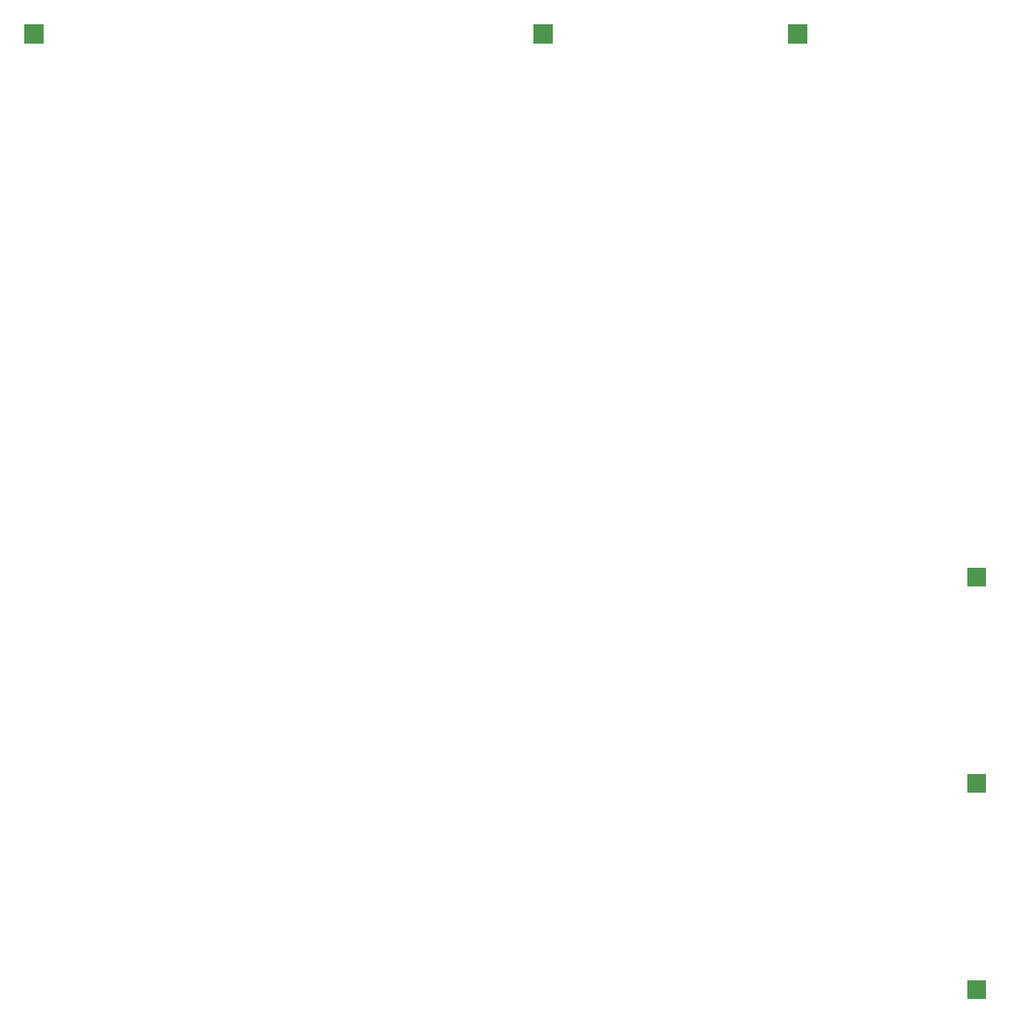
<source format=gbr>
%TF.GenerationSoftware,KiCad,Pcbnew,5.1.9-73d0e3b20d~88~ubuntu20.04.1*%
%TF.CreationDate,2021-02-20T21:13:30+01:00*%
%TF.ProjectId,NodeStandard,4e6f6465-5374-4616-9e64-6172642e6b69,V0.9*%
%TF.SameCoordinates,Original*%
%TF.FileFunction,Paste,Bot*%
%TF.FilePolarity,Positive*%
%FSLAX46Y46*%
G04 Gerber Fmt 4.6, Leading zero omitted, Abs format (unit mm)*
G04 Created by KiCad (PCBNEW 5.1.9-73d0e3b20d~88~ubuntu20.04.1) date 2021-02-20 21:13:30*
%MOMM*%
%LPD*%
G01*
G04 APERTURE LIST*
%ADD10C,0.100000*%
G04 APERTURE END LIST*
D10*
%TO.C,JP8*%
G36*
X54340000Y-23435000D02*
G01*
X54340000Y-25435000D01*
X52340000Y-25435000D01*
X52340000Y-23435000D01*
X54340000Y-23435000D01*
G37*
%TD*%
%TO.C,JP5*%
G36*
X107680000Y-23435000D02*
G01*
X107680000Y-25435000D01*
X105680000Y-25435000D01*
X105680000Y-23435000D01*
X107680000Y-23435000D01*
G37*
%TD*%
%TO.C,JP4*%
G36*
X134350000Y-23435000D02*
G01*
X134350000Y-25435000D01*
X132350000Y-25435000D01*
X132350000Y-23435000D01*
X134350000Y-23435000D01*
G37*
%TD*%
%TO.C,JP3*%
G36*
X153095000Y-82280000D02*
G01*
X151095000Y-82280000D01*
X151095000Y-80280000D01*
X153095000Y-80280000D01*
X153095000Y-82280000D01*
G37*
%TD*%
%TO.C,JP2*%
G36*
X153095000Y-103870000D02*
G01*
X151095000Y-103870000D01*
X151095000Y-101870000D01*
X153095000Y-101870000D01*
X153095000Y-103870000D01*
G37*
%TD*%
%TO.C,JP1*%
G36*
X153095000Y-125460000D02*
G01*
X151095000Y-125460000D01*
X151095000Y-123460000D01*
X153095000Y-123460000D01*
X153095000Y-125460000D01*
G37*
%TD*%
M02*

</source>
